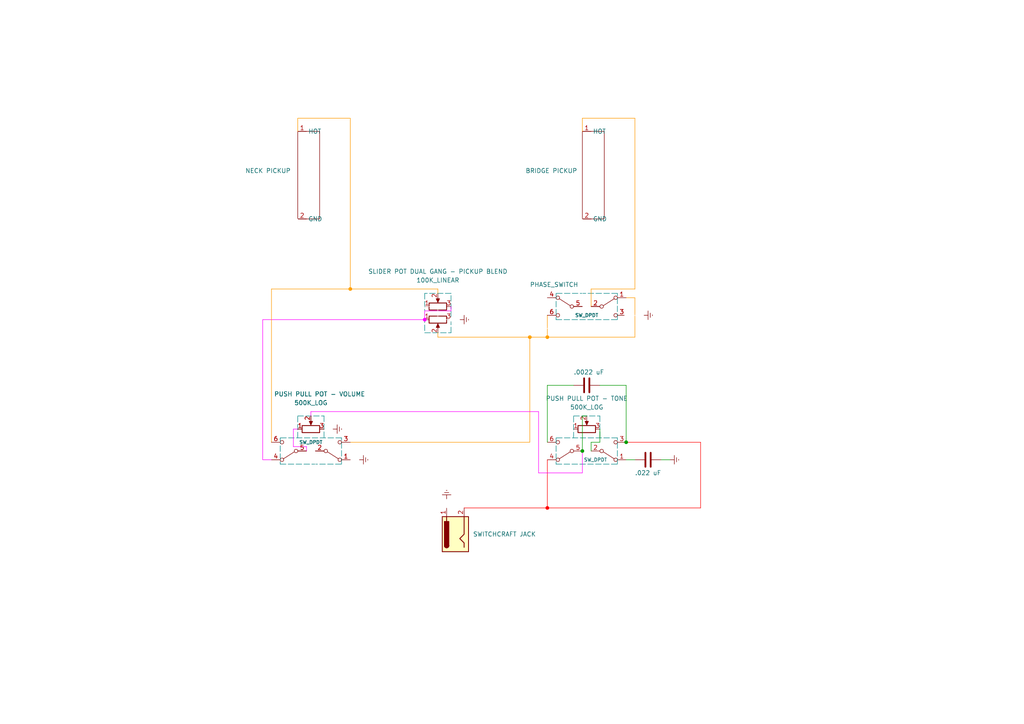
<source format=kicad_sch>
(kicad_sch (version 20211123) (generator eeschema)
  (paper "A4")
  (lib_symbols
    (symbol "Connector:Jack-DC" (pin_names (offset 1.016))
      (property "Reference" "J" (at 0 5.334 0))
      (property "Value" "Jack-DC" (at 0 -5.08 0))
      (symbol "Jack-DC_0_1"
        (rectangle (start -5.08 3.81) (end 5.08 -3.81) (stroke (width 0.254)) (fill (type background)))
        (arc (start -3.302 3.175) (mid -3.937 2.54) (end -3.302 1.905) (stroke (width 0.254)))
        (arc (start -3.302 3.175) (mid -3.937 2.54) (end -3.302 1.905) (stroke (width 0.254)) (fill (type outline)))
        (polyline (pts (xy 5.08 2.54) (xy 3.81 2.54)) (stroke (width 0.254)))
        (polyline (pts (xy -3.81 -2.54) (xy -2.54 -2.54) (xy -1.27 -1.27) (xy 0 -2.54) (xy 2.54 -2.54) (xy 5.08 -2.54)) (stroke (width 0.254)))
        (rectangle (start 3.683 3.175) (end -3.302 1.905) (stroke (width 0.254)) (fill (type outline)))
      )
      (symbol "Jack-DC_1_1"
        (pin passive line (at 7.62 2.54 180) (length 2.54) (name "~") (number "1"))
        (pin passive line (at 7.62 -2.54 180) (length 2.54) (name "~") (number "2"))
      )
    )
    (symbol "Device:C" (pin_numbers hide) (pin_names (offset 0.254))
      (property "Reference" "C" (at 0.635 2.54 0))
      (property "Value" "C" (at 0.635 -2.54 0))
      (symbol "C_0_1"
        (polyline (pts (xy -2.032 -0.762) (xy 2.032 -0.762)) (stroke (width 0.508)))
        (polyline (pts (xy -2.032 0.762) (xy 2.032 0.762)) (stroke (width 0.508)))
      )
      (symbol "C_1_1"
        (pin passive line (at 0 3.81 270) (length 2.794) (name "~") (number "1"))
        (pin passive line (at 0 -3.81 90) (length 2.794) (name "~") (number "2"))
      )
    )
    (symbol "Device:R_Potentiometer" (pin_names (offset 1.016) hide)
      (property "Reference" "RV" (at -4.445 0 90))
      (property "Value" "R_Potentiometer" (at -2.54 0 90))
      (symbol "R_Potentiometer_0_1"
        (polyline (pts (xy 2.54 0) (xy 1.524 0)))
        (polyline (pts (xy 1.143 0) (xy 2.286 0.508) (xy 2.286 -0.508) (xy 1.143 0)) (fill (type outline)))
        (rectangle (start 1.016 2.54) (end -1.016 -2.54) (stroke (width 0.254)))
      )
      (symbol "R_Potentiometer_1_1"
        (pin passive line (at 0 3.81 270) (length 1.27) (name "1") (number "1"))
        (pin passive line (at 3.81 0 180) (length 1.27) (name "2") (number "2"))
        (pin passive line (at 0 -3.81 90) (length 1.27) (name "3") (number "3"))
      )
    )
    (symbol "Orion_Symbols:Guitar_Pickup"
      (property "Reference" "U" (at 0 0 0))
      (property "Value" "Guitar_Pickup" (at 0 0 0))
      (symbol "Guitar_Pickup_0_1"
        (rectangle (start 0 12.7) (end 6.35 -12.7))
      )
      (symbol "Guitar_Pickup_1_1"
        (pin passive line (at 0 12.7 0) (length 2.54) (name "HOT") (number "1"))
        (pin passive line (at 0 -12.7 0) (length 2.54) (name "GND") (number "2"))
      )
    )
    (symbol "Switch:SW_DPDT_x2" (pin_names (offset 0) hide)
      (property "Reference" "SW" (at 0 4.318 0))
      (property "Value" "SW_DPDT_x2" (at 0 -5.08 0))
      (symbol "SW_DPDT_x2_0_0"
        (circle (center -2.032 0) (radius 0.508))
        (circle (center 2.032 -2.54) (radius 0.508))
      )
      (symbol "SW_DPDT_x2_0_1"
        (polyline (pts (xy -1.524 0.254) (xy 1.651 2.286)))
        (circle (center 2.032 2.54) (radius 0.508))
      )
      (symbol "SW_DPDT_x2_1_1"
        (pin passive line (at 5.08 2.54 180) (length 2.54) (name "A") (number "1"))
        (pin passive line (at -5.08 0 0) (length 2.54) (name "B") (number "2"))
        (pin passive line (at 5.08 -2.54 180) (length 2.54) (name "C") (number "3"))
      )
      (symbol "SW_DPDT_x2_2_1"
        (pin passive line (at 5.08 2.54 180) (length 2.54) (name "A") (number "4"))
        (pin passive line (at -5.08 0 0) (length 2.54) (name "B") (number "5"))
        (pin passive line (at 5.08 -2.54 180) (length 2.54) (name "C") (number "6"))
      )
    )
    (symbol "power:Earth" (power) (pin_names (offset 0))
      (symbol "Earth_0_1"
        (polyline (pts (xy -0.635 -1.905) (xy 0.635 -1.905)))
        (polyline (pts (xy -0.127 -2.54) (xy 0.127 -2.54)))
        (polyline (pts (xy 0 -1.27) (xy 0 0)))
        (polyline (pts (xy 1.27 -1.27) (xy -1.27 -1.27)))
      )
      (symbol "Earth_1_1"
        (pin power_in line (at 0 0 270) (length 0) hide (name "Earth") (number "1"))
      )
    )
  )
  (junction (at 158.75 97.79) (color 255 153 0 1))
  (junction (at 181.61 91.44) (color 255 255 255 1))
  (junction (at 130.81 92.71) (color 255 255 255 1))
  (junction (at 168.91 130.81))
  (junction (at 123.19 92.71) (color 255 0 255 1))
  (junction (at 101.6 83.82) (color 255 153 0 1))
  (junction (at 181.61 128.27))
  (junction (at 158.75 147.32) (color 255 0 0 1))
  (junction (at 153.67 97.79) (color 255 153 0 1))
  (wire (pts (xy 181.61 91.44) (xy 181.61 95.25)) (stroke (width 0) (color 255 255 255 1)))
  (wire (pts (xy 101.6 133.35) (xy 104.14 133.35)) (stroke (width 0) (color 255 255 255 1)))
  (wire (pts (xy 173.99 124.46) (xy 173.99 128.27)))
  (wire (pts (xy 171.45 83.82) (xy 171.45 88.9)) (stroke (width 0) (color 255 153 0 1)))
  (polyline (pts (xy 179.07 127) (xy 161.29 127)) (stroke (width 0) (color 0 132 132 1)))
  (wire (pts (xy 101.6 34.29) (xy 101.6 83.82)) (stroke (width 0) (color 255 153 0 1)))
  (polyline (pts (xy 166.37 127) (xy 166.37 120.65)) (stroke (width 0) (color 0 132 132 1)))
  (wire (pts (xy 123.19 90.17) (xy 123.19 92.71)) (stroke (width 0) (color 255 0 255 1)))
  (polyline (pts (xy 93.98 120.65) (xy 93.98 127)) (stroke (width 0) (color 0 132 132 1)))
  (wire (pts (xy 90.17 120.65) (xy 90.17 119.38)) (stroke (width 0) (color 255 0 255 1)))
  (polyline (pts (xy 179.07 85.09) (xy 161.29 85.09)) (stroke (width 0) (color 0 132 132 1)))
  (wire (pts (xy 173.99 128.27) (xy 171.45 128.27)))
  (wire (pts (xy 168.91 120.65) (xy 170.18 120.65)))
  (wire (pts (xy 86.36 63.5) (xy 86.36 66.04)) (stroke (width 0) (color 255 255 255 1)))
  (polyline (pts (xy 81.28 127) (xy 81.28 134.62)) (stroke (width 0) (color 0 132 132 1)))
  (polyline (pts (xy 130.81 85.09) (xy 123.19 85.09)) (stroke (width 0) (color 0 132 132 1)))
  (wire (pts (xy 203.2 128.27) (xy 203.2 147.32)) (stroke (width 0) (color 255 0 0 1)))
  (polyline (pts (xy 161.29 92.71) (xy 179.07 92.71)) (stroke (width 0) (color 0 132 132 1)))
  (wire (pts (xy 127 88.9) (xy 127 92.71)) (stroke (width 0) (color 255 255 255 1)))
  (wire (pts (xy 88.9 130.81) (xy 88.9 129.54)) (stroke (width 0) (color 255 0 255 1)))
  (wire (pts (xy 76.2 133.35) (xy 78.74 133.35)) (stroke (width 0) (color 255 0 255 1)))
  (wire (pts (xy 85.09 129.54) (xy 85.09 124.46)) (stroke (width 0) (color 255 0 255 1)))
  (polyline (pts (xy 166.37 120.65) (xy 173.99 120.65)) (stroke (width 0) (color 0 132 132 1)))
  (polyline (pts (xy 161.29 134.62) (xy 179.07 134.62)) (stroke (width 0) (color 0 132 132 1)))
  (polyline (pts (xy 179.07 134.62) (xy 179.07 127)) (stroke (width 0) (color 0 132 132 1)))
  (wire (pts (xy 91.44 137.16) (xy 91.44 130.81)) (stroke (width 0) (color 255 255 255 1)))
  (wire (pts (xy 73.66 66.04) (xy 73.66 137.16)) (stroke (width 0) (color 255 255 255 1)))
  (polyline (pts (xy 179.07 92.71) (xy 179.07 85.09)) (stroke (width 0) (color 0 132 132 1)))
  (wire (pts (xy 86.36 38.1) (xy 86.36 34.29)) (stroke (width 0) (color 255 153 0 1)))
  (wire (pts (xy 158.75 128.27) (xy 158.75 111.76)))
  (wire (pts (xy 156.21 95.25) (xy 181.61 95.25)) (stroke (width 0) (color 255 255 255 1)))
  (wire (pts (xy 85.09 124.46) (xy 86.36 124.46)) (stroke (width 0) (color 255 0 255 1)))
  (wire (pts (xy 130.81 90.17) (xy 123.19 90.17)) (stroke (width 0) (color 255 0 255 1)))
  (wire (pts (xy 73.66 137.16) (xy 91.44 137.16)) (stroke (width 0) (color 255 255 255 1)))
  (wire (pts (xy 184.15 34.29) (xy 184.15 83.82)) (stroke (width 0) (color 255 153 0 1)))
  (wire (pts (xy 127 83.82) (xy 127 85.09)) (stroke (width 0) (color 255 153 0 1)))
  (wire (pts (xy 156.21 137.16) (xy 168.91 137.16)) (stroke (width 0) (color 255 0 255 1)))
  (wire (pts (xy 130.81 92.71) (xy 133.35 92.71)) (stroke (width 0) (color 255 255 255 1)))
  (wire (pts (xy 173.99 111.76) (xy 181.61 111.76)))
  (polyline (pts (xy 99.06 127) (xy 81.28 127)) (stroke (width 0) (color 0 132 132 1)))
  (polyline (pts (xy 161.29 127) (xy 161.29 134.62)) (stroke (width 0) (color 0 132 132 1)))
  (polyline (pts (xy 123.19 96.52) (xy 130.81 96.52)) (stroke (width 0) (color 0 132 132 1)))
  (wire (pts (xy 191.77 133.35) (xy 194.31 133.35)))
  (wire (pts (xy 93.98 124.46) (xy 96.52 124.46)) (stroke (width 0) (color 255 255 255 1)))
  (wire (pts (xy 184.15 83.82) (xy 171.45 83.82)) (stroke (width 0) (color 255 153 0 1)))
  (polyline (pts (xy 161.29 85.09) (xy 161.29 92.71)) (stroke (width 0) (color 0 132 132 1)))
  (wire (pts (xy 90.17 119.38) (xy 156.21 119.38)) (stroke (width 0) (color 255 0 255 1)))
  (wire (pts (xy 134.62 147.32) (xy 158.75 147.32)) (stroke (width 0) (color 255 0 0 1)))
  (wire (pts (xy 181.61 111.76) (xy 181.61 128.27)))
  (wire (pts (xy 130.81 88.9) (xy 130.81 90.17)) (stroke (width 0) (color 255 0 255 1)))
  (wire (pts (xy 78.74 83.82) (xy 101.6 83.82)) (stroke (width 0) (color 255 153 0 1)))
  (wire (pts (xy 181.61 91.44) (xy 186.69 91.44)) (stroke (width 0) (color 255 255 255 1)))
  (wire (pts (xy 181.61 128.27) (xy 203.2 128.27)) (stroke (width 0) (color 255 0 0 1)))
  (polyline (pts (xy 86.36 127) (xy 86.36 120.65)) (stroke (width 0) (color 0 132 132 1)))
  (wire (pts (xy 168.91 34.29) (xy 184.15 34.29)) (stroke (width 0) (color 255 153 0 1)))
  (wire (pts (xy 127 96.52) (xy 127 97.79)) (stroke (width 0) (color 255 153 0 1)))
  (polyline (pts (xy 130.81 96.52) (xy 130.81 85.09)) (stroke (width 0) (color 0 132 132 1)))
  (polyline (pts (xy 86.36 120.65) (xy 93.98 120.65)) (stroke (width 0) (color 0 132 132 1)))
  (wire (pts (xy 158.75 147.32) (xy 203.2 147.32)) (stroke (width 0) (color 255 0 0 1)))
  (wire (pts (xy 156.21 119.38) (xy 156.21 137.16)) (stroke (width 0) (color 255 0 255 1)))
  (wire (pts (xy 168.91 34.29) (xy 168.91 38.1)) (stroke (width 0) (color 255 153 0 1)))
  (wire (pts (xy 153.67 97.79) (xy 158.75 97.79)) (stroke (width 0) (color 255 153 0 1)))
  (wire (pts (xy 86.36 34.29) (xy 101.6 34.29)) (stroke (width 0) (color 255 153 0 1)))
  (wire (pts (xy 158.75 133.35) (xy 158.75 147.32)) (stroke (width 0) (color 255 0 0 1)))
  (wire (pts (xy 76.2 92.71) (xy 123.19 92.71)) (stroke (width 0) (color 255 0 255 1)))
  (polyline (pts (xy 123.19 85.09) (xy 123.19 96.52)) (stroke (width 0) (color 0 132 132 1)))
  (wire (pts (xy 78.74 83.82) (xy 78.74 128.27)) (stroke (width 0) (color 255 153 0 1)))
  (wire (pts (xy 184.15 86.36) (xy 184.15 97.79)) (stroke (width 0) (color 255 153 0 1)))
  (polyline (pts (xy 99.06 134.62) (xy 99.06 127)) (stroke (width 0) (color 0 132 132 1)))
  (wire (pts (xy 156.21 86.36) (xy 156.21 95.25)) (stroke (width 0) (color 255 255 255 1)))
  (wire (pts (xy 76.2 92.71) (xy 76.2 133.35)) (stroke (width 0) (color 255 0 255 1)))
  (wire (pts (xy 168.91 137.16) (xy 168.91 130.81)) (stroke (width 0) (color 255 0 255 1)))
  (wire (pts (xy 168.91 63.5) (xy 168.91 88.9)) (stroke (width 0) (color 255 255 255 1)))
  (wire (pts (xy 88.9 129.54) (xy 85.09 129.54)) (stroke (width 0) (color 255 0 255 1)))
  (wire (pts (xy 158.75 91.44) (xy 158.75 97.79)) (stroke (width 0) (color 255 153 0 1)))
  (polyline (pts (xy 81.28 134.62) (xy 99.06 134.62)) (stroke (width 0) (color 0 132 132 1)))
  (wire (pts (xy 168.91 130.81) (xy 168.91 120.65)))
  (wire (pts (xy 158.75 111.76) (xy 166.37 111.76)))
  (wire (pts (xy 153.67 97.79) (xy 153.67 128.27)) (stroke (width 0) (color 255 153 0 1)))
  (wire (pts (xy 86.36 66.04) (xy 73.66 66.04)) (stroke (width 0) (color 255 255 255 1)))
  (wire (pts (xy 129.54 144.78) (xy 129.54 147.32)) (stroke (width 0) (color 255 255 255 1)))
  (wire (pts (xy 158.75 86.36) (xy 156.21 86.36)) (stroke (width 0) (color 255 255 255 1)))
  (wire (pts (xy 127 92.71) (xy 130.81 92.71)) (stroke (width 0) (color 255 255 255 1)))
  (wire (pts (xy 181.61 86.36) (xy 184.15 86.36)) (stroke (width 0) (color 255 153 0 1)))
  (wire (pts (xy 153.67 128.27) (xy 101.6 128.27)) (stroke (width 0) (color 255 153 0 1)))
  (wire (pts (xy 181.61 133.35) (xy 184.15 133.35)))
  (polyline (pts (xy 173.99 120.65) (xy 173.99 127)) (stroke (width 0) (color 0 132 132 1)))
  (wire (pts (xy 123.19 88.9) (xy 127 88.9)) (stroke (width 0) (color 255 255 255 1)))
  (wire (pts (xy 101.6 83.82) (xy 127 83.82)) (stroke (width 0) (color 255 153 0 1)))
  (wire (pts (xy 158.75 97.79) (xy 184.15 97.79)) (stroke (width 0) (color 255 153 0 1)))
  (wire (pts (xy 127 97.79) (xy 153.67 97.79)) (stroke (width 0) (color 255 153 0 1)))
  (wire (pts (xy 171.45 128.27) (xy 171.45 130.81)))
  (symbol (lib_id "Switch:SW_DPDT_x2") (at 176.53 88.9 0) (unit 1)
    (property "Reference" "SW?" (effects hide))
    (property "Value" "SW_DPDT" (at 170.18 91.44 0) (effects (font (size 1 1))))
  )
  (symbol (lib_id "Connector:Jack-DC") (at 132.08 154.94 90) (unit 1)
    (property "Reference" "J?" (effects hide))
    (property "Value" "SWITCHCRAFT JACK" (at 137.16 154.9399 90) (effects (justify right)))
  )
  (symbol (lib_id "power:Earth") (at 96.52 124.46 90) (unit 1)
    (property "Reference" "#PWR?" (effects hide))
    (property "Value" "Earth" (effects hide))
  )
  (symbol (lib_id "Switch:SW_DPDT_x2") (at 176.53 130.81 0) (mirror x) (unit 1)
    (property "Reference" "SW?" (effects hide))
    (property "Value" "SW_DPDT" (at 172.72 133.35 0) (effects (font (size 1 1))))
  )
  (symbol (lib_id "power:Earth") (at 129.54 144.78 0) (mirror x) (unit 1)
    (property "Reference" "#PWR?" (effects hide))
    (property "Value" "Earth" (effects hide))
  )
  (symbol (lib_id "Orion_Symbols:Guitar_Pickup") (at 168.91 50.8 0) (unit 1)
    (property "Reference" "PHASE_SWITCH" (at 153.67 82.55 0) (effects (justify left)))
    (property "Value" "BRIDGE PICKUP" (at 152.4 49.53 0) (effects (justify left)))
  )
  (symbol (lib_id "Device:C") (at 187.96 133.35 270) (unit 1)
    (property "Reference" "C?" (effects hide))
    (property "Value" ".022 uF" (at 187.96 137.16 90))
  )
  (symbol (lib_id "Orion_Symbols:Guitar_Pickup") (at 86.36 50.8 0) (unit 1)
    (property "Reference" "U?" (effects hide))
    (property "Value" "NECK PICKUP" (at 71.12 49.53 0) (effects (justify left)))
  )
  (symbol (lib_id "Switch:SW_DPDT_x2") (at 96.52 130.81 0) (mirror x) (unit 1)
    (property "Reference" "SW?" (effects hide))
    (property "Value" "SW_DPDT" (at 90.17 128.27 0) (effects (font (size 1 1))))
  )
  (symbol (lib_id "power:Earth") (at 104.14 133.35 90) (mirror x) (unit 1)
    (property "Reference" "#PWR?" (effects hide))
    (property "Value" "Earth" (effects hide))
  )
  (symbol (lib_id "Device:R_Potentiometer") (at 127 88.9 90) (unit 1)
    (property "Reference" "100K_LINEAR" (at 127 81.28 90))
    (property "Value" "SLIDER POT DUAL GANG - PICKUP BLEND" (at 127 78.74 90))
  )
  (symbol (lib_id "power:Earth") (at 186.69 91.44 90) (unit 1)
    (property "Reference" "#PWR?" (effects hide))
    (property "Value" "Earth" (effects hide))
  )
  (symbol (lib_id "Switch:SW_DPDT_x2") (at 83.82 130.81 180) (unit 2)
    (property "Reference" "SW?" (effects hide))
    (property "Value" "SW_DPDT_x2" (effects hide))
  )
  (symbol (lib_id "Switch:SW_DPDT_x2") (at 163.83 88.9 0) (mirror y) (unit 2)
    (property "Reference" "SW?" (effects hide))
    (property "Value" "SW_DPDT_x2" (effects hide))
  )
  (symbol (lib_id "Switch:SW_DPDT_x2") (at 163.83 130.81 180) (unit 2)
    (property "Reference" "SW?" (effects hide))
    (property "Value" "SW_DPDT_x2" (effects hide))
  )
  (symbol (lib_id "power:Earth") (at 133.35 92.71 90) (unit 1)
    (property "Reference" "#PWR?" (effects hide))
    (property "Value" "Earth" (effects hide))
  )
  (symbol (lib_id "power:Earth") (at 194.31 133.35 90) (unit 1)
    (property "Reference" "#PWR?" (effects hide))
    (property "Value" "Earth" (effects hide))
  )
  (symbol (lib_id "Device:R_Potentiometer") (at 170.18 124.46 90) (unit 1)
    (property "Reference" "500K_LOG" (at 170.18 118.11 90))
    (property "Value" "PUSH PULL POT - TONE" (at 170.18 115.57 90))
  )
  (symbol (lib_id "Device:C") (at 170.18 111.76 270) (unit 1)
    (property "Reference" "C0.0022" (effects hide))
    (property "Value" ".0022 uF" (at 166.37 107.95 90) (effects (justify left)))
  )
  (symbol (lib_id "Device:R_Potentiometer") (at 127 92.71 90) (mirror x) (unit 1)
    (property "Reference" "RV?" (effects hide))
    (property "Value" "PICKUP BLEND" (effects hide))
  )
  (symbol (lib_id "Device:R_Potentiometer") (at 90.17 124.46 90) (unit 1)
    (property "Reference" "500K_LOG" (at 90.17 116.84 90))
    (property "Value" "PUSH PULL POT - VOLUME" (at 92.71 114.3 90))
  )
)
</source>
